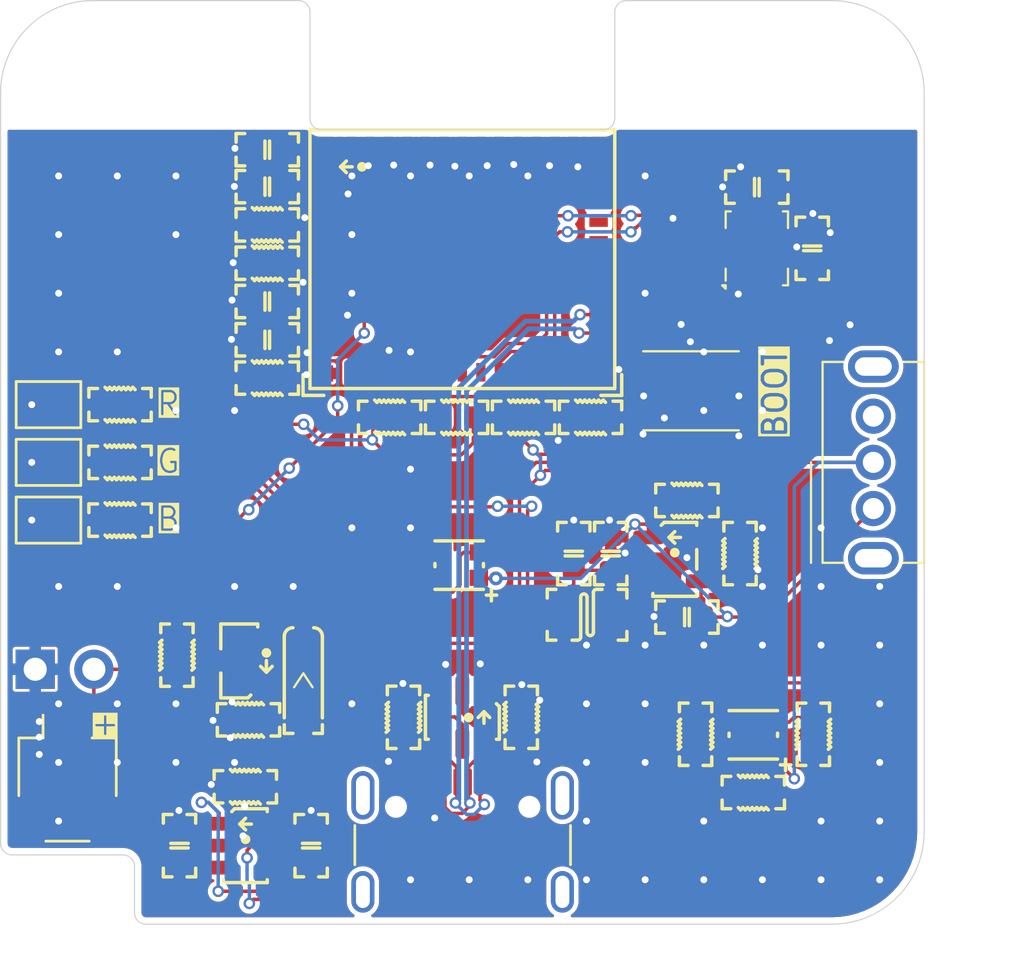
<source format=kicad_pcb>
(kicad_pcb (version 20241229) (generator "pcbnew") (generator_version "9.0")
  (layers (0 "F.Cu" signal) (2 "B.Cu" signal) (13 "F.Paste" user) (15 "B.Paste" user) (5 "F.SilkS" user "F.Silkscreen") (7 "B.SilkS" user "B.Silkscreen") (1 "F.Mask" user) (3 "B.Mask" user) (25 "Edge.Cuts" user))
  (net 0 "")
  (net 1 "+BATT")
  (net 2 "GND")
  (net 3 "VDD")
  (net 4 "VBUS")
  (net 5 "ADC")
  (net 6 "+3V3")
  (net 7 "EN")
  (net 8 "VCC")
  (net 10 "D-")
  (net 11 "D+")
  (net 12 "Net-(J2-CC1)")
  (net 13 "Net-(J2-CC2)")
  (net 15 "Net-(U1-SW)")
  (net 16 "BOOT")
  (net 17 "CHRG_LED")
  (net 18 "STDBY_LED")
  (net 19 "STATUS_LED")
  (net 20 "Net-(U2-PROG)")
  (net 21 "Net-(U1-FB)")
  (net 22 "IO8")
  (net 23 "IO2")
  (net 24 "SCL")
  (net 25 "SDA")
  (net 34 "Net-(D1-GK)")
  (net 35 "Net-(D1-BK)")
  (net 36 "Net-(D1-RK)")
  (net 37 "Net-(D3-GK)")
  (net 38 "Net-(D3-RK)")
  (net 39 "Net-(D3-BK)")
  (net 40 "Net-(JP1-B)")
  (net 41 "Net-(JP2-B)")
  (net 42 "Net-(JP3-B)")
  (footprint "Topaz's Footprints:R_0603_1608Metric" (layer "F.Cu") (at 215.65 93.05 180)
    (property "Reference" "R16" (hide yes))
    (property "Value" "5k1" (hide yes))
  )
  (footprint "Topaz's Footprints:R_0603_1608Metric" (layer "F.Cu") (at 210.45 106.04 -90)
    (property "Reference" "R9" (hide yes))
    (property "Value" "5k1" (hide yes))
  )
  (footprint "Topaz's Footprints:R_0603_1608Metric" (layer "F.Cu") (at 218.55 93.05)
    (property "Reference" "R5" (hide yes))
    (property "Value" "5k1" (hide yes))
  )
  (footprint "Topaz's Footprints:JST_SH_SM02B-SRSS-TB_1x02-1MP_P1.00mm_Horizontal" (layer "F.Cu") (at 195.9 108.72)
    (property "Reference" "BT1" (hide yes))
    (property "Value" "JST-SH (Pin 2 Anode)" (hide yes))
  )
  (footprint "Topaz's Footprints:SOT-23-5" (layer "F.Cu") (at 222.2 99.2)
    (property "Reference" "U1" (hide yes))
    (property "Value" "M3406" (hide yes))
  )
  (footprint "Topaz's Footprints:Bosch_LGA-14_3x2.5mm_P0.5mm" (layer "F.Cu") (at 225.7525 85.73 90)
    (property "Reference" "U5" (hide yes))
    (property "Value" "IMU" (hide yes))
  )
  (footprint "Topaz's Footprints:R_0603_1608Metric" (layer "F.Cu") (at 225.025 98.95 -90)
    (property "Reference" "R15" (hide yes))
    (property "Value" "150k" (hide yes))
  )
  (footprint "Topaz's Footprints:LED-ARRAY-SMD_4P-L2.1-W2.1-TL_NH-B2020RGBA" (layer "F.Cu") (at 212.862507 99.450089)
    (property "Reference" "D1" (hide yes))
    (property "Value" "LED" (hide yes))
  )
  (footprint "Topaz's Footprints:R_0603_1608Metric" (layer "F.Cu") (at 212.75 93.05)
    (property "Reference" "R19" (hide yes))
    (property "Value" "5k1" (hide yes))
  )
  (footprint "Topaz's Footprints:C_0603_1608Metric" (layer "F.Cu") (at 204.55 81.458 180)
    (property "Reference" "C9" (hide yes))
    (property "Value" "100nF" (hide yes))
  )
  (footprint "Topaz's Footprints:THTSwitch" (layer "F.Cu") (at 230.8 95 90)
    (property "Reference" "SW1" (hide yes))
    (property "Value" "PWR_SWITCH" (hide yes))
  )
  (footprint "Topaz's Footprints:SolderJumper-2_P1.3mm_Open_TrianglePad1.0x1.5mm" (layer "F.Cu") (at 195.075 95)
    (property "Reference" "JP2" (hide yes))
    (property "Value" "R_JP")
  )
  (footprint "Topaz's Footprints:R_0603_1608Metric" (layer "F.Cu") (at 198.175 97.5)
    (property "Reference" "R3" (hide yes))
    (property "Value" "5k1" (hide yes))
  )
  (footprint "Topaz's Footprints:R_0603_1608Metric" (layer "F.Cu") (at 222.725 96.65)
    (property "Reference" "R14" (hide yes))
    (property "Value" "680k" (hide yes))
  )
  (footprint "Topaz's Footprints:R_0603_1608Metric" (layer "F.Cu") (at 209.85 93.05 180)
    (property "Reference" "R18" (hide yes))
    (property "Value" "5k1" (hide yes))
  )
  (footprint "Topaz's Footprints:NewCheapoButton" (layer "F.Cu") (at 222.75 91.9)
    (property "Reference" "SW2" (hide yes))
    (property "Value" "BTN_BOOT" (hide yes))
  )
  (footprint "Topaz's Footprints:R_0603_1608Metric" (layer "F.Cu") (at 204.55 84.716667 180)
    (property "Reference" "R17" (hide yes))
    (property "Value" "5k1" (hide yes))
  )
  (footprint "Topaz's Footprints:C_0603_1608Metric" (layer "F.Cu") (at 217.825 98.95 90)
    (property "Reference" "C4" (hide yes))
    (property "Value" "4.7uF" (hide yes))
  )
  (footprint "Topaz's Footprints:D_SOD-123" (layer "F.Cu") (at 206.112 104.4875 -90)
    (property "Reference" "D2" (hide yes))
    (property "Value" "1N5817W" (hide yes))
  )
  (footprint "Topaz's Footprints:C_0603_1608Metric" (layer "F.Cu") (at 204.55 89.691666 180)
    (property "Reference" "C11" (hide yes))
    (property "Value" "100nF" (hide yes))
  )
  (footprint "Topaz's Footprints:R_0603_1608Metric" (layer "F.Cu") (at 223.099886 106.775089 90)
    (property "Reference" "R6" (hide yes))
    (property "Value" "5k1" (hide yes))
  )
  (footprint "Topaz's Footprints:SOT-23" (layer "F.Cu") (at 203.3375 103.6 180)
    (property "Reference" "Q1" (hide yes))
    (property "Value" "AO3401A" (hide yes))
  )
  (footprint "Topaz's Footprints:C_0603_1608Metric" (layer "F.Cu") (at 200.7495 111.6 90)
    (property "Reference" "C5" (hide yes))
    (property "Value" "4.7uF" (hide yes))
  )
  (footprint "Topaz's Footprints:ESP32-C3-MINI-1" (layer "F.Cu") (at 213 83.5)
    (property "Reference" "U4" (hide yes))
    (property "Value" "ESP32-C3-MINI-1-N4" (hide yes))
  )
  (footprint "Topaz's Footprints:C_0603_1608Metric" (layer "F.Cu") (at 222.725 101.7 180)
    (property "Reference" "C1" (hide yes))
    (property "Value" "4.7uF" (hide yes))
  )
  (footprint "Topaz's Footprints:L_0806_2012Metric" (layer "F.Cu") (at 218.4 101.6 180)
    (property "Reference" "L1" (hide yes))
    (property "Value" "4.7uH" (hide yes))
  )
  (footprint "Topaz's Footprints:PinHeader_1x02_P2.54mm_Vertical" (layer "F.Cu") (at 194.499964 103.959584 90)
    (property "Reference" "J1" (hide yes))
    (property "Value" "BAT_PADS")
  )
  (footprint "Topaz's Footprints:R_0603_1608Metric" (layer "F.Cu") (at 215.55 106.04 90)
    (property "Reference" "R10" (hide yes))
    (property "Value" "5k1" (hide yes))
  )
  (footprint "Topaz's Footprints:C_0603_1608Metric" (layer "F.Cu") (at 228.1525 85.73 90)
    (property "Reference" "C8" (hide yes))
    (property "Value" "100nF" (hide yes))
  )
  (footprint "Topaz's Footprints:SOT-23-6" (layer "F.Cu") (at 213 106.04 -90)
    (property "Reference" "U3" (hide yes))
    (property "Value" "SRV05-4" (hide yes))
  )
  (footprint "Topaz's Footprints:R_0603_1608Metric" (layer "F.Cu") (at 225.599886 109.299911 180)
    (property "Reference" "R7" (hide yes))
    (property "Value" "5k1" (hide yes))
  )
  (footprint "Topaz's Footprints:SolderJumper-2_P1.3mm_Open_TrianglePad1.0x1.5mm" (layer "F.Cu") (at 195.075 92.5)
    (property "Reference" "JP1" (hide yes))
    (property "Value" "R_JP")
  )
  (footprint "Topaz's Footprints:R_0603_1608Metric" (layer "F.Cu") (at 198.175 95)
    (property "Reference" "R2" (hide yes))
    (property "Value" "5k1" (hide yes))
  )
  (footprint "Topaz's Footprints:C_0603_1608Metric" (layer "F.Cu") (at 219.425 98.95 90)
    (property "Reference" "C6" (hide yes))
    (property "Value" "4.7uF" (hide yes))
  )
  (footprint "Topaz's Footprints:R_0603_1608Metric" (layer "F.Cu") (at 198.175 92.5)
    (property "Reference" "R1" (hide yes))
    (property "Value" "5k1" (hide yes))
  )
  (footprint "Topaz's Footprints:USB_C_Receptacle_GCT_USB4105-xx-A_16P_TopMnt_Horizontal" (layer "F.Cu") (at 213.0125 112.525)
    (property "Reference" "J2" (hide yes))
    (property "Value" "USB-C" (hide yes))
  )
  (footprint "Topaz's Footprints:R_0603_1608Metric" (layer "F.Cu") (at 200.638 103.35 90)
    (property "Reference" "R12" (hide yes))
    (property "Value" "150k" (hide yes))
  )
  (footprint "Topaz's Footprints:R_0603_1608Metric" (layer "F.Cu") (at 203.737 106.15 180)
    (property "Reference" "R4" (hide yes))
    (property "Value" "150k" (hide yes))
  )
  (footprint "Topaz's Footprints:R_0603_1608Metric" (layer "F.Cu") (at 228.199886 106.775089 90)
    (property "Reference" "R8" (hide yes))
    (property "Value" "5k1" (hide yes))
  )
  (footprint "Topaz's Footprints:C_0603_1608Metric" (layer "F.Cu") (at 204.55 88.033333)
    (property "Reference" "C3" (hide yes))
    (property "Value" "100nF" (hide yes))
  )
  (footprint "Topaz's Footprints:C_0603_1608Metric" (layer "F.Cu") (at 225.7525 83.0795)
    (property "Reference" "C7" (hide yes))
    (property "Value" "100nF" (hide yes))
  )
  (footprint "Topaz's Footprints:C_0603_1608Metric" (layer "F.Cu") (at 204.55 83.058334 180)
    (property "Reference" "C10" (hide yes))
    (property "Value" "4.7uF" (hide yes))
  )
  (footprint "Topaz's Footprints:R_0603_1608Metric" (layer "F.Cu") (at 204.55 91.349999)
    (property "Reference" "R20" (hide yes))
    (property "Value" "5k1" (hide yes))
  )
  (footprint "Topaz's Footprints:LED-ARRAY-SMD_4P-L2.1-W2.1-TL_NH-B2020RGBA" (layer "F.Cu") (at 225.6 106.8)
    (property "Reference" "D3" (hide yes))
    (property "Value" "LED" (hide yes))
  )
  (footprint "Topaz's Footprints:SOT-23-6" (layer "F.Cu") (at 203.6 111.6)
    (property "Reference" "U2" (hide yes))
    (property "Value" "TP4057" (hide yes))
  )
  (footprint "Topaz's Footprints:R_0603_1608Metric" (layer "F.Cu") (at 204.55 86.375 180)
    (property "Reference" "R13" (hide yes))
    (property "Value" "150k" (hide yes))
  )
  (footprint "Topaz's Footprints:C_0603_1608Metric" (layer "F.Cu") (at 206.4495 111.6 -90)
    (property "Reference" "C2" (hide yes))
    (property "Value" "4.7uF" (hide yes))
  )
  (footprint "Topaz's Footprints:SolderJumper-2_P1.3mm_Open_TrianglePad1.0x1.5mm" (layer "F.Cu") (at 195.075 97.5)
    (property "Reference" "JP3" (hide yes))
    (property "Value" "R_JP")
  )
  (footprint "Topaz's Footprints:R_0603_1608Metric" (layer "F.Cu") (at 203.6 109.05 180)
    (property "Reference" "R11" (hide yes))
    (property "Value" "2k" (hide yes))
  )
  (gr_line (start 228.1 99.35) (end 228.1 95) (stroke (width 0.1)) (layer "F.SilkS"))
  (gr_line (start 193 111.5) (end 193 79) (stroke (width 0.05)) (layer "Edge.Cuts"))
  (gr_arc (start 193 79) (mid 194.171573 76.171573) (end 197 75) (stroke (width 0.05)) (layer "Edge.Cuts"))
  (gr_arc (start 219.6 80.1) (mid 219.453553 80.453553) (end 219.1 80.6) (stroke (width 0.05)) (layer "Edge.Cuts"))
  (gr_arc (start 205.9 75) (mid 206.253553 75.146447) (end 206.4 75.5) (stroke (width 0.05)) (layer "Edge.Cuts"))
  (gr_line (start 197 75) (end 205.9 75) (stroke (width 0.05)) (layer "Edge.Cuts"))
  (gr_arc (start 206.9 80.6) (mid 206.546447 80.453553) (end 206.4 80.1) (stroke (width 0.05)) (layer "Edge.Cuts"))
  (gr_line (start 198.8 112.5) (end 198.8 114.5) (stroke (width 0.05)) (layer "Edge.Cuts"))
  (gr_line (start 206.9 80.6) (end 219.1 80.6) (stroke (width 0.05)) (layer "Edge.Cuts"))
  (gr_line (start 229 115) (end 199.3 115) (stroke (width 0.05)) (layer "Edge.Cuts"))
  (gr_arc (start 233 111) (mid 231.828427 113.828427) (end 229 115) (stroke (width 0.05)) (layer "Edge.Cuts"))
  (gr_line (start 206.4 80.1) (end 206.4 75.5) (stroke (width 0.05)) (layer "Edge.Cuts"))
  (gr_line (start 198.3 112) (end 193.5 112) (stroke (width 0.05)) (layer "Edge.Cuts"))
  (gr_line (start 220.1 75) (end 229 75) (stroke (width 0.05)) (layer "Edge.Cuts"))
  (gr_line (start 233 79) (end 233 111) (stroke (width 0.05)) (layer "Edge.Cuts"))
  (gr_arc (start 198.3 112) (mid 198.653553 112.146447) (end 198.8 112.5) (stroke (width 0.05)) (layer "Edge.Cuts"))
  (gr_arc (start 229 75) (mid 231.828427 76.171573) (end 233 79) (stroke (width 0.05)) (layer "Edge.Cuts"))
  (gr_line (start 219.6 80.1) (end 219.6 75.5) (stroke (width 0.05)) (layer "Edge.Cuts"))
  (gr_arc (start 219.6 75.5) (mid 219.746447 75.146447) (end 220.1 75) (stroke (width 0.05)) (layer "Edge.Cuts"))
  (gr_arc (start 193.5 112) (mid 193.146447 111.853553) (end 193 111.5) (stroke (width 0.05)) (layer "Edge.Cuts"))
  (gr_arc (start 199.3 115) (mid 198.946447 114.853553) (end 198.8 114.5) (stroke (width 0.05)) (layer "Edge.Cuts"))
  (gr_text "BOOT" (at 227.125 94.025 90) (layer "F.SilkS" knockout) (effects (font (size 1 1)) (justify left bottom)))
  (gr_text "R" (at 199.7 93.0395 0) (layer "F.SilkS" knockout) (effects (font (size 1 1) (thickness 0.1)) (justify left bottom)))
  (gr_text "G" (at 199.7 95.5395 0) (layer "F.SilkS" knockout) (effects (font (size 1 1) (thickness 0.1)) (justify left bottom)))
  (gr_text "+" (at 196.844795 106.889139 0) (layer "F.SilkS" knockout) (effects (font (size 1 1) (thickness 0.1)) (justify left bottom)))
  (gr_text "B" (at 199.7 98.0395 0) (layer "F.SilkS" knockout) (effects (font (size 1 1) (thickness 0.1)) (justify left bottom)))
  (segment (start 199.775 112.325) (end 200.7495 112.325) (width 0.15) (layer "F.Cu") (net 1))
  (segment (start 201.65 103.6) (end 202.4 103.6) (width 0.15) (layer "F.Cu") (net 1))
  (segment (start 199.1 108.65) (end 199.45 109) (width 0.15) (layer "F.Cu") (net 1))
  (segment (start 197.039964 105.160036) (end 197.039964 103.959584) (width 0.15) (layer "F.Cu") (net 1))
  (segment (start 199.45 112) (end 199.775 112.325) (width 0.15) (layer "F.Cu") (net 1))
  (segment (start 196.4 106.72) (end 196.4 108) (width 0.15) (layer "F.Cu") (net 1))
  (segment (start 199.225 104.075) (end 200.638 104.075) (width 0.15) (layer "F.Cu") (net 1))
  (segment (start 196.4 108) (end 197.05 108.65) (width 0.15) (layer "F.Cu") (net 1))
  (segment (start 197.039964 103.959584) (end 199.109584 103.959584) (width 0.15) (layer "F.Cu") (net 1))
  (segment (start 199.109584 103.959584) (end 199.225 104.075) (width 0.15) (layer "F.Cu") (net 1))
  (segment (start 200.638 104.075) (end 201.175 104.075) (width 0.15) (layer "F.Cu") (net 1))
  (segment (start 202.4625 112.55) (end 201.65 112.55) (width 0.15) (layer "F.Cu") (net 1))
  (segment (start 196.4 106.72) (end 196.4 105.8) (width 0.15) (layer "F.Cu") (net 1))
  (segment (start 201.425 112.325) (end 200.7495 112.325) (width 0.15) (layer "F.Cu") (net 1))
  (segment (start 201.65 112.55) (end 201.425 112.325) (width 0.15) (layer "F.Cu") (net 1))
  (segment (start 196.4 105.8) (end 197.039964 105.160036) (width 0.15) (layer "F.Cu") (net 1))
  (segment (start 199.45 109) (end 199.45 112) (width 0.15) (layer "F.Cu") (net 1))
  (segment (start 197.05 108.65) (end 199.1 108.65) (width 0.15) (layer "F.Cu") (net 1))
  (segment (start 201.175 104.075) (end 201.65 103.6) (width 0.15) (layer "F.Cu") (net 1))
  (via (at 215.834964 113.075) (size 0.5) (drill 0.3) (layers "F.Cu" "B.Cu") (net 2))
  (via (at 195.514964 90.215) (size 0.5) (drill 0.3) (layers "F.Cu" "B.Cu") (net 2))
  (via (at 206.275 90.25) (size 0.5) (drill 0.3) (layers "F.Cu" "B.Cu") (net 2))
  (via (at 195.514964 85.135) (size 0.5) (drill 0.3) (layers "F.Cu" "B.Cu") (net 2))
  (via (at 228.534964 110.535) (size 0.5) (drill 0.3) (layers "F.Cu" "B.Cu") (net 2))
  (via (at 210.754964 113.075) (size 0.5) (drill 0.3) (layers "F.Cu" "B.Cu") (net 2))
  (via (at 225.994964 97.835) (size 0.5) (drill 0.3) (layers "F.Cu" "B.Cu") (net 2))
  (via (at 195.514964 105.455) (size 0.5) (drill 0.3) (layers "F.Cu" "B.Cu") (net 2))
  (via (at 202.2 106.175) (size 0.5) (drill 0.3) (layers "F.Cu" "B.Cu") (net 2))
  (via (at 210.754964 82.595) (size 0.5) (drill 0.3) (layers "F.Cu" "B.Cu") (net 2))
  (via (at 229.791268 89.041268) (size 0.5) (drill 0.3) (layers "F.Cu" "B.Cu") (net 2))
  (via (at 208.05 83.375) (size 0.5) (drill 0.3) (layers "F.Cu" "B.Cu") (net 2))
  (via (at 206.175 84.4) (size 0.5) (drill 0.3) (layers "F.Cu" "B.Cu") (net 2))
  (via (at 206.1 87.2) (size 0.5) (drill 0.3) (layers "F.Cu" "B.Cu") (net 2))
  (via (at 220.914964 107.995) (size 0.5) (drill 0.3) (layers "F.Cu" "B.Cu") (net 2))
  (via (at 206.45 110.075) (size 0.5) (drill 0.3) (layers "F.Cu" "B.Cu") (net 2))
  (via (at 218.374964 113.075) (size 0.5) (drill 0.3) (layers "F.Cu" "B.Cu") (net 2))
  (via (at 208.214964 97.835) (size 0.5) (drill 0.3) (layers "F.Cu" "B.Cu") (net 2))
  (via (at 198.054964 82.595) (size 0.5) (drill 0.3) (layers "F.Cu" "B.Cu") (net 2))
  (via (at 228.534964 102.915) (size 0.5) (drill 0.3) (layers "F.Cu" "B.Cu") (net 2))
  (via (at 218.374964 105.455) (size 0.5) (drill 0.3) (layers "F.Cu" "B.Cu") (net 2))
  (via (at 228.93 85.05) (size 0.5) (drill 0.3) (layers "F.Cu" "B.Cu") (net 2))
  (via (at 208.214964 82.595) (size 0.5) (drill 0.3) (layers "F.Cu" "B.Cu") (net 2))
  (via (at 203.025 87.975) (size 0.5) (drill 0.3) (layers "F.Cu" "B.Cu") (net 2))
  (via (at 216.225 107.975) (size 0.5) (drill 0.3) (layers "F.Cu" "B.Cu") (net 2))
  (via (at 220.05 98.925) (size 0.5) (drill 0.3) (layers "F.Cu" "B.Cu") (net 2))
  (via (at 231.074964 100.375) (size 0.5) (drill 0.3) (layers "F.Cu" "B.Cu") (net 2))
  (via (at 213.294964 82.595) (size 0.5) (drill 0.3) (layers "F.Cu" "B.Cu") (net 2))
  (via (at 208.214964 105.455) (size 0.5) (drill 0.3) (layers "F.Cu" "B.Cu") (net 2))
  (via (at 208.025 88.625) (size 0.5) (drill 0.3) (layers "F.Cu" "B.Cu") (net 2))
  (via (at 228.534964 97.835) (size 0.5) (drill 0.3) (layers "F.Cu" "B.Cu") (net 2))
  (via (at 215.575 104.625) (size 0.5) (drill 0.3) (layers "F.Cu" "B.Cu") (net 2))
  (via (at 214.075 82.15) (size 0.5) (drill 0.3) (layers "F.Cu" "B.Cu") (net 2))
  (via (at 203.5 111.175) (size 0.5) (drill 0.3) (layers "F.Cu" "B.Cu") (net 2))
  (via (at 225.8 99.65) (size 0.5) (drill 0.3) (layers "F.Cu" "B.Cu") (net 2))
  (via (at 194.35 92.5) (size 0.5) (drill 0.3) (layers "F.Cu" "B.Cu") (net 2))
  (via (at 225.994964 92.755) (size 0.5) (drill 0.3) (layers "F.Cu" "B.Cu") (net 2))
  (via (at 221.3 101.675) (size 0.5) (drill 0.3) (layers "F.Cu" "B.Cu") (net 2))
  (via (at 220.914964 82.595) (size 0.5) (drill 0.3) (layers "F.Cu" "B.Cu") (net 2))
  (via (at 223.454964 110.535) (size 0.5) (drill 0.3) (layers "F.Cu" "B.Cu") (net 2))
  (via (at 222.875 89.775) (size 0.5) (drill 0.3) (layers "F.Cu" "B.Cu") (net 2))
  (via (at 208.925 82.15) (size 0.5) (drill 0.3) (layers "F.Cu" "B.Cu") (net 2))
  (via (at 210.425 104.575) (size 0.5) (drill 0.3) (layers "F.Cu" "B.Cu") (net 2))
  (via (at 223.454964 92.755) (size 0.5) (drill 0.3) (layers "F.Cu" "B.Cu") (net 2))
  (via (at 222.475 89.025) (size 0.5) (drill 0.3) (layers "F.Cu" "B.Cu") (net 2))
  (via (at 203.134964 100.375) (size 0.5) (drill 0.3) (layers "F.Cu" "B.Cu") (net 2))
  (via (at 195.514964 87.675) (size 0.5) (drill 0.3) (layers "F.Cu" "B.Cu") (net 2))
  (via (at 225.994964 90.215) (size 0.5) (drill 0.3) (layers "F.Cu" "B.Cu") (net 2))
  (via (at 218 82.2) (size 0.5) (drill 0.3) (layers "F.Cu" "B.Cu") (net 2))
  (via (at 228.534964 113.075) (size 0.5) (drill 0.3) (layers "F.Cu" "B.Cu") (net 2))
  (via (at 216.35 105.3) (size 0.5) (drill 0.3) (layers "F.Cu" "B.Cu") (net 2))
  (via (at 194.675 107.65) (size 0.5) (drill 0.3) (layers "F.Cu" "B.Cu") (net 2))
  (via (at 224.975 93.85) (size 0.5) (drill 0.3) (layers "F.Cu" "B.Cu") (net 2))
  (via (at 224.95 87.71) (size 0.5) (drill 0.3) (layers "F.Cu" "B.Cu") (net 2))
  (via (at 228.9 89.725) (size 0.5) (drill 0.3) (layers "F.Cu" "B.Cu") (net 2))
  (via (at 219.775 90.975) (size 0.5) (drill 0.3) (layers "F.Cu" "B.Cu") (net 2))
  (via (at 195.514964 107.995) (size 0.5) (drill 0.3) (layers "F.Cu" "B.Cu") (net 2))
  (via (at 194.675 106.225) (size 0.5) (drill 0.3) (layers "F.Cu" "B.Cu") (net 2))
  (via (at 212.675 82.175) (size 0.5) (drill 0.3) (layers "F.Cu" "B.Cu") (net 2))
  (via (at 210.754964 95.295) (size 0.5) (drill 0.3) (layers "F.Cu" "B.Cu") (net 2))
  (via (at 210.754964 97.835) (size 0.5) (drill 0.3) (layers "F.Cu" "B.Cu") (net 2))
  (via (at 218.374964 107.995) (size 0.5) (drill 0.3) (layers "F.Cu" "B.Cu") (net 2))
  (via (at 203.025 105.375) (size 0.5) (drill 0.3) (layers "F.Cu" "B.Cu") (net 2))
  (via (at 220.825 93.775) (size 0.5) (drill 0.3) (layers "F.Cu" "B.Cu") (net 2))
  (via (at 206.25 91.2) (size 0.5) (drill 0.3) (layers "F.Cu" "B.Cu") (net 2))
  (via (at 221.75 93.075) (size 0.5) (drill 0.3) (layers "F.Cu" "B.Cu") (net 2))
  (via (at 225.994964 102.915) (size 0.5) (drill 0.3) (layers "F.Cu" "B.Cu") (net 2))
  (via (at 224.975 92.125) (size 0.5) (drill 0.3) (layers "F.Cu" "B.Cu") (net 2))
  (via (at 215.834964 82.595) (size 0.5) (drill 0.3) (layers "F.Cu" "B.Cu") (net 2))
  (via (at 200.594964 97.835) (size 0.5) (drill 0.3) (layers "F.Cu" "B.Cu") (net 2))
  (via (at 225.994964 113.075) (size 0.5) (drill 0.3) (layers "F.Cu" "B.Cu") (net 2))
  (via (at 198.054964 105.455) (size 0.5) (drill 0.3) (layers "F.Cu" "B.Cu") (net 2))
  (via (at 216.775 82.15) (size 0.5) (drill 0.3) (layers "F.Cu" "B.Cu") (net 2))
  (via (at 200.594964 85.135) (size 0.5) (drill 0.3) (layers "F.Cu" "B.Cu") (net 2))
  (via (at 194.35 95) (size 0.5) (drill 0.3) (layers "F.Cu" "B.Cu") (net 2))
  (via (at 203.15 81.4) (size 0.5) (drill 0.3) (layers "F.Cu" "B.Cu") (net 2))
  (via (at 211.6 82.125) (size 0.5) (drill 0.3) (layers "F.Cu" "B.Cu") (net 2))
  (via (at 213.775 103.725) (size 0.5) (drill 0.3) (layers "F.Cu" "B.Cu") (net 2))
  (via (at 200.594964 92.755) (size 0.5) (drill 0.3) (layers "F.Cu" "B.Cu") (net 2))
  (via (at 198.054964 90.215) (size 0.5) (drill 0.3) (layers "F.Cu" "B.Cu") (net 2))
  (via (at 200.594964 105.455) (size 0.5) (drill 0.3) (layers "F.Cu" "B.Cu") (net 2))
  (via (at 231.074964 107.995) (size 0.5) (drill 0.3) (layers "F.Cu" "B.Cu") (net 2))
  (via (at 220.914964 113.075) (size 0.5) (drill 0.3) (layers "F.Cu" "B.Cu") (net 2))
  (via (at 219.375 97.5) (size 0.5) (drill 0.3) (layers "F.Cu" "B.Cu") (net 2))
  (via (at 203 89.675) (size 0.5) (drill 0.3) (layers "F.Cu" "B.Cu") (net 2))
  (via (at 200.594964 82.595) (size 0.5) (drill 0.3) (layers "F.Cu" "B.Cu") (net 2))
  (via (at 210.754964 90.215) (size 0.5) (drill 0.3) (layers "F.Cu" "B.Cu") (net 2))
  (via (at 209.825 90.15) (size 0.5) (drill 0.3) (layers "F.Cu" "B.Cu") (net 2))
  (via (at 231.074964 102.915) (size 0.5) (drill 0.3) (layers "F.Cu" "B.Cu") (net 2))
  (via (at 203.575 109.9) (size 0.5) (drill 0.3) (layers "F.Cu" "B.Cu") (net 2))
  (via (at 227.48 85.67) (size 0.5) (drill 0.3) (layers "F.Cu" "B.Cu") (net 2))
  (via (at 202.125 108.95) (size 0.5) (drill 0.3) (layers "F.Cu" "B.Cu") (net 2))
  (via (at 225.05 82.2) (size 0.5) (drill 0.3) (layers "F.Cu" "B.Cu") (net 2))
  (via (at 220.914964 105.455) (size 0.5) (drill 0.3) (layers "F.Cu" "B.Cu") (net 2))
  (via (at 223.454964 102.915) (size 0.5) (drill 0.3) (layers "F.Cu" "B.Cu") (net 2))
  (via (at 218.374964 102.915) (size 0.5) (drill 0.3) (layers "F.Cu" "B.Cu") (net 2))
  (via (at 203.134964 107.995) (size 0.5) (drill 0.3) (layers "F.Cu" "B.Cu") (net 2))
  (via (at 194.675 106.9) (size 0.5) (drill 0.3) (layers "F.Cu" "B.Cu") (net 2))
  (via (at 203.075 86.35) (size 0.5) (drill 0.3) (layers "F.Cu" "B.Cu") (net 2))
  (via (at 220.85 92.125) (size 0.5) (drill 0.3) (layers "F.Cu" "B.Cu") (net 2))
  (via (at 200.594964 107.995) (size 0.5) (drill 0.3) (layers "F.Cu" "B.Cu") (net 2))
  (via (at 213.294964 113.075) (size 0.5) (drill 0.3) (layers "F.Cu" "B.Cu") (net 2))
  (via (at 208.214964 87.675) (size 0.5) (drill 0.3) (layers "F.Cu" "B.Cu") (net 2))
  (via (at 195.514964 100.375) (size 0.5) (drill 0.3) (layers "F.Cu" "B.Cu") (net 2))
  (via (at 198.054964 100.375) (size 0.5) (drill 0.3) (layers "F.Cu" "B.Cu") (net 2))
  (via (at 215.225 82.1) (size 0.5) (drill 0.3) (layers "F.Cu" "B.Cu") (net 2))
  (via (at 198.054964 107.995) (size 0.5) (drill 0.3) (layers "F.Cu" "B.Cu") (net 2))
  (via (at 195.514964 82.595) (size 0.5) (drill 0.3) (layers "F.Cu" "B.Cu") (net 2))
  (via (at 217.825 97.5) (size 0.5) (drill 0.3) (layers "F.Cu" "B.Cu") (net 2))
  (via (at 210.025 82.125) (size 0.5) (drill 0.3) (layers "F.Cu" "B.Cu") (net 2))
  (via (at 203.125 83.05) (size 0.5) (drill 0.3) (layers "F.Cu" "B.Cu") (net 2))
  (via (at 220.914964 102.915) (size 0.5) (drill 0.3) (layers "F.Cu" "B.Cu") (net 2))
  (via (at 231.074964 110.535) (size 0.5) (drill 0.3) (layers "F.Cu" "B.Cu") (net 2))
  (via (at 205.674964 100.375) (size 0.5) (drill 0.3) (layers "F.Cu" "B.Cu") (net 2))
  (via (at 223.454964 90.215) (size 0.5) (drill 0.3) (layers "F.Cu" "B.Cu") (net 2))
  (via (at 208.214964 85.135) (size 0.5) (drill 0.3) (layers "F.Cu" "B.Cu") (net 2))
  (via (at 225.994964 100.375) (size 0.5) (drill 0.3) (layers "F.Cu" "B.Cu") (net 2))
  (via (at 212.275 103.75) (size 0.5) (drill 0.3) (layers "F.Cu" "B.Cu") (net 2))
  (via (at 231.074964 105.455) (size 0.5) (drill 0.3) (layers "F.Cu" "B.Cu") (net 2))
  (via (at 217.15 94.05) (size 0.5) (drill 0.3) (layers "F.Cu" "B.Cu") (net 2))
  (via (at 194.35 97.5) (size 0.5) (drill 0.3) (layers "F.Cu" "B.Cu") (net 2))
  (via (at 220.914964 87.675) (size 0.5) (drill 0.3) (layers "F.Cu" "B.Cu") (net 2))
  (via (at 218.374964 110.535) (size 0.5) (drill 0.3) (layers "F.Cu" "B.Cu") (net 2))
  (via (at 228.534964 100.375) (size 0.5) (drill 0.3) (layers "F.Cu" "B.Cu") (net 2))
  (via (at 209.8 107.95) (size 0.5) (drill 0.3) (layers "F.Cu" "B.Cu") (net 2))
  (via (at 195.514964 110.535) (size 0.5) (drill 0.3) (layers "F.Cu" "B.Cu") (net 2))
  (via (at 228.18 84.22) (size 0.5) (drill 0.3) (layers "F.Cu" "B.Cu") (net 2))
  (via (at 202.95 106.925) (size 0.5) (drill 0.3) (layers "F.Cu" "B.Cu") (net 2))
  (via (at 223.454964 113.075) (size 0.5) (drill 0.3) (layers "F.Cu" "B.Cu") (net 2))
  (via (at 200.725 110.075) (size 0.5) (drill 0.3) (layers "F.Cu" "B.Cu") (net 2))
  (via (at 222.725 99.125) (size 0.5) (drill 0.3) (layers "F.Cu" "B.Cu") (net 2))
  (via (at 224.27 83.07) (size 0.5) (drill 0.3) (layers "F.Cu" "B.Cu") (net 2))
  (via (at 222.120232 84.429768) (size 0.5) (drill 0.3) (layers "F.Cu" "B.Cu") (net 2))
  (via (at 211.8 110.4) (size 0.5) (drill 0.3) (layers "F.Cu" "B.Cu") (net 2))
  (via (at 231.074964 113.075) (size 0.5) (drill 0.3) (layers "F.Cu" "B.Cu") (net 2))
  (via (at 203.134964 92.755) (size 0.5) (drill 0.3) (layers "F.Cu" "B.Cu") (net 2))
  (segment (start 226.1 101.7) (end 224.2 101.7) (width 0.15) (layer "F.Cu") (net 3))
  (segment (start 223.45 100.925) (end 223.4 100.875) (width 0.15) (layer "F.Cu") (net 3))
  (segment (start 223.375 100.875) (end 223.3375 100.8375) (width 0.15) (layer "F.Cu") (net 3))
  (segment (start 223.45 101.7) (end 223.45 100.925) (width 0.15) (layer "F.Cu") (net 3))
  (segment (start 223.4 100.875) (end 223.375 100.875) (width 0.15) (layer "F.Cu") (net 3))
  (segment (start 220.95 97.675) (end 221.0625 97.7875) (width 0.15) (layer "F.Cu") (net 3))
  (segment (start 224.45 101.7) (end 224.475 101.675) (width 0.15) (layer "F.Cu") (net 3))
  (segment (start 223.45 101.7) (end 224.2 101.7) (width 0.15) (layer "F.Cu") (net 3))
  (segment (start 213.737393 100.025) (end 213.712393 100) (width 0.15) (layer "F.Cu") (net 3))
  (segment (start 214.45 100.025) (end 213.737393 100.025) (width 0.15) (layer "F.Cu") (net 3))
  (segment (start 220.475 97.675) (end 220.95 97.675) (width 0.15) (layer "F.Cu") (net 3))
  (segment (start 230.8 97) (end 226.1 101.7) (width 0.15) (layer "F.Cu") (net 3))
  (segment (start 221.0625 97.7875) (end 221.0625 98.25) (width 0.15) (layer "F.Cu") (net 3))
  (segment (start 223.3375 100.8375) (end 223.3375 100.15) (width 0.15) (layer "F.Cu") (net 3))
  (segment (start 224.2 101.7) (end 224.45 101.7) (width 0.15) (layer "F.Cu") (net 3))
  (via (at 214.45 100.025) (size 0.6) (drill 0.3) (layers "F.Cu" "B.Cu") (net 3))
  (via (at 224.475 101.675) (size 0.5) (drill 0.3) (layers "F.Cu" "B.Cu") (net 3))
  (via (at 220.475 97.675) (size 0.5) (drill 0.3) (layers "F.Cu" "B.Cu") (net 3))
  (segment (start 224.475 101.675) (end 220.475 97.675) (width 0.15) (layer "B.Cu") (net 3))
  (segment (start 218.125 100.025) (end 214.45 100.025) (width 0.15) (layer "B.Cu") (net 3))
  (segment (start 220.475 97.675) (end 218.125 100.025) (width 0.15) (layer "B.Cu") (net 3))
  (segment (start 205.825 112.325) (end 206.4495 112.325) (width 0.15) (layer "F.Cu") (net 4))
  (segment (start 208.174 106.025) (end 212.675 106.025) (width 0.15) (layer "F.Cu") (net 4))
  (segment (start 210.6125 108.845) (end 210.6125 109.632183) (width 0.15) (layer "F.Cu") (net 4))
  (segment (start 206.112 108.087) (end 208.174 106.025) (width 0.15) (layer "F.Cu") (net 4))
  (segment (start 206.112 108.087) (end 207.325 109.3) (width 0.15) (layer "F.Cu") (net 4))
  (segment (start 204.275 105.225) (end 204.462 105.412) (width 0.15) (layer "F.Cu") (net 4))
  (segment (start 213 106.35) (end 213 107.1775) (width 0.15) (layer "F.Cu") (net 4))
  (segment (start 208.6 111.55) (end 207.375 111.55) (width 0.15) (layer "F.Cu") (net 4))
  (segment (start 213.8 111.1) (end 215.4125 109.4875) (width 0.15) (layer "F.Cu") (net 4))
  (segment (start 215.4125 109.4875) (end 215.4125 108.845) (width 0.15) (layer "F.Cu") (net 4))
  (segment (start 205.6 112.55) (end 205.825 112.325) (width 0.15) (layer "F.Cu") (net 4))
  (segment (start 212.675 106.025) (end 213 106.35) (width 0.15) (layer "F.Cu") (net 4))
  (segment (start 207.325 109.3) (end 207.325 111.5) (width 0.15) (layer "F.Cu") (net 4))
  (segment (start 206.112 106.1375) (end 206.112 108.087) (width 0.15) (layer "F.Cu") (net 4))
  (segment (start 209.825 111.1) (end 209.375 111.55) (width 0.15) (layer "F.Cu") (net 4))
  (segment (start 209.375 111.55) (end 208.6 111.55) (width 0.15) (layer "F.Cu") (net 4))
  (segment (start 204.462 106.15) (end 206.0995 106.15) (width 0.15) (layer "F.Cu") (net 4))
  (segment (start 207.325 111.5) (end 207.375 111.55) (width 0.15) (layer "F.Cu") (net 4))
  (segment (start 204.275 104.55) (end 204.275 105.225) (width 0.15) (layer "F.Cu") (net 4))
  (segment (start 210.95 109.969683) (end 210.95 110.75) (width 0.15) (layer "F.Cu") (net 4))
  (segment (start 210.95 110.75) (end 211.3 111.1) (width 0.15) (layer "F.Cu") (net 4))
  (segment (start 206.6 112.325) (end 206.4495 112.325) (width 0.15) (layer "F.Cu") (net 4))
  (segment (start 212.292501 111.1) (end 209.825 111.1) (width 0.15) (layer "F.Cu") (net 4))
  (segment (start 212.292501 111.1) (end 213.8 111.1) (width 0.15) (layer "F.Cu") (net 4))
  (segment (start 206.0995 106.15) (end 206.112 106.1375) (width 0.15) (layer "F.Cu") (net 4))
  (segment (start 211.3 111.1) (end 212.292501 111.1) (width 0.15) (layer "F.Cu") (net 4))
  (segment (start 204.462 105.412) (end 204.462 106.15) (width 0.15) (layer "F.Cu") (net 4))
  (segment (start 207.375 111.55) (end 206.6 112.325) (width 0.15) (layer "F.Cu") (net 4))
  (segment (start 210.6125 109.632183) (end 210.95 109.969683) (width 0.15) (layer "F.Cu") (net 4))
  (segment (start 204.7375 112.55) (end 205.6 112.55) (width 0.15) (layer "F.Cu") (net 4))
  (segment (start 208.75 89.4) (end 208.75 86.95) (width 0.15) (layer "F.Cu") (net 5))
  (segment (start 205.275 88.033333) (end 205.275 86.375) (width 0.15) (layer "F.Cu") (net 5))
  (segment (start 208 86.2) (end 207.1 86.2) (width 0.15) (layer "F.Cu") (net 5))
  (segment (start 207.6 92.55) (end 207.6 93.15) (width 0.15) (layer "F.Cu") (net 5))
  (segment (start 208.75 86.95) (end 208 86.2) (width 0.15) (layer "F.Cu") (net 5))
  (segment (start 205.275 86.375) (end 206.075 86.375) (width 0.15) (layer "F.Cu") (net 5))
  (segment (start 206.075 86.375) (end 206.25 86.2) (width 0.15) (layer "F.Cu") (net 5))
  (segment (start 203.75 97.05) (end 203.7 97.05) (width 0.15) (layer "F.Cu") (net 5))
  (segment (start 207.6 93.15) (end 205.5 95.25) (width 0.15) (layer "F.Cu") (net 5))
  (segment (start 203.7 97.05) (end 200.638 100.112) (width 0.15) (layer "F.Cu") (net 5))
  (segment (start 200.638 100.112) (end 200.638 102.625) (width 0.15) (layer "F.Cu") (net 5))
  (segment (start 206.25 86.2) (end 207.1 86.2) (width 0.15) (layer "F.Cu") (net 5))
  (via (at 207.6 92.55) (size 0.5) (drill 0.3) (layers "F.Cu" "B.Cu") (net 5))
  (via (at 208.75 89.4) (size 0.5) (drill 0.3) (layers "F.Cu" "B.Cu") (net 5))
  (via (at 205.5 95.25) (size 0.5) (drill 0.3) (layers "F.Cu" "B.Cu") (net 5))
  (via (at 203.75 97.05) (size 0.5) (drill 0.3) (layers "F.Cu" "B.Cu") (net 5))
  (segment (start 203.75 97) (end 203.75 97.05) (width 0.15) (layer "B.Cu") (net 5))
  (segment (start 208.75 89.4) (end 207.6 90.55) (width 0.15) (layer "B.Cu") (net 5))
  (segment (start 207.6 90.55) (end 207.6 92.55) (width 0.15) (layer "B.Cu") (net 5))
  (segment (start 205.5 95.25) (end 203.75 97) (width 0.15) (layer "B.Cu") (net 5))
  (segment (start 212.95 94.675) (end 213.475 94.15) (width 0.15) (layer "F.Cu") (net 6))
  (segment (start 223.62 85.04) (end 223.81 85.23) (width 0.15) (layer "F.Cu") (net 6))
  (segment (start 216.217463 97.425) (end 216.525 97.117463) (width 0.15) (layer "F.Cu") (net 6))
  (segment (start 209.125 94) (end 209.1 94.025) (width 0.15) (layer "F.Cu") (net 6))
  (segment (start 206.5 83.8) (end 207.1 83.8) (width 0.15) (layer "F.Cu") (net 6))
  (segment (start 227.295 86.23) (end 227.52 86.455) (width 0.15) (layer "F.Cu") (net 6))
  (segment (start 209.75 94.675) (end 212.95 94.675) (width 0.15) (layer "F.Cu") (net 6))
  (segment (start 223.81 85.23) (end 224.74 85.23) (width 0.15) (layer "F.Cu") (net 6))
  (segment (start 216.175 98.8) (end 216.175 97.425) (width 0.15) (layer "F.Cu") (net 6))
  (segment (start 229.7995 83.0795) (end 230.2 83.48) (width 0.15) (layer "F.Cu") (net 6))
  (segment (start 209.125 93.05) (end 209.125 94) (width 0.15) (layer "F.Cu") (net 6))
  (segment (start 205.275 83.175) (end 205.275 83.058334) (width 0.15) (layer "F.Cu") (net 6))
  (segment (start 200.95 89.875) (end 200.95 86.05) (width 0.15) (layer "F.Cu") (net 6))
  (segment (start 205.275 83.058334) (end 205.758334 83.058334) (width 0.15) (layer "F.Cu") (net 6))
  (segment (start 213.475 94.15) (end 213.475 93.05) (width 0.15) (layer "F.Cu") (net 6))
  (segment (start 214.925 93.325) (end 216.0625 94.4625) (width 0.15) (layer "F.Cu") (net 6))
  (segment (start 217.825 99.675) (end 217.05 99.675) (width 0.15) (layer "F.Cu") (net 6))
  (segment (start 227.52 86.455) (end 228.1525 86.455) (width 0.15) (layer "F.Cu") (net 6))
  (segment (start 226.4775 83.8375) (end 226.4775 83.0795) (width 0.15) (layer "F.Cu") (net 6))
  (segment (start 218.4 94.65) (end 219.275 93.775) (width 0.15) (layer "F.Cu") (net 6))
  (segment (start 222 95.95) (end 222 96.65) (width 0.15) (layer "F.Cu") (net 6))
  (segment (start 230.2 83.48) (end 230.2 86.03) (width 0.15) (layer "F.Cu") (net 6))
  (segment (start 216.217463 96.375) (end 215.825 96.375) (width 0.15) (layer "F.Cu") (net 6))
  (segment (start 218.275 94.65) (end 227.55 94.65) (width 0.15) (layer "F.Cu") (net 6))
  (segment (start 226.765 86.23) (end 227.295 86.23) (width 0.15) (layer "F.Cu") (net 6))
  (segment (start 226.4775 82.0175) (end 225.86 81.4) (width 0.15) (layer "F.Cu") (net 6))
  (segment (start 224.05 81.4) (end 223.62 81.83) (width 0.15) (layer "F.Cu") (net 6))
  (segment (start 203.825 84.625) (end 205.275 83.175) (width 0.15) (layer "F.Cu") (net 6))
  (segment (start 225.86 81.4) (end 224.05 81.4) (width 0.15) (layer "F.Cu") (net 6))
  (segment (start 216.525 97.117463) (end 216.525 96.682537) (width 0.15) (layer "F.Cu") (net 6))
  (segment (start 217.4 100.7) (end 217.825 100.275) (width 0.15) (layer "F.Cu") (net 6))
  (segment (start 216.25 94.65) (end 218.275 94.65) (width 0.15) (layer "F.Cu") (net 6))
  (segment (start 227.55 94.65) (end 228.1525 94.0475) (width 0.15) (layer "F.Cu") (net 6))
  (segment (start 204.6 93.35) (end 203.825 92.575) (width 0.15) (layer "F.Cu") (net 6))
  (segment (start 230.2 86.03) (end 229.775 86.455) (width 0.15) (layer "F.Cu") (net 6))
  (segment (start 206.125 93.35) (end 204.6 93.35) (width 0.15) (layer "F.Cu") (net 6))
  (segment (start 226.4775 83.0795) (end 226.4775 82.0175) (width 0.15) (layer "F.Cu") (net 6))
  (segment (start 223.62 81.83) (end 223.62 85.04) (width 0.15) (layer "F.Cu") (net 6))
  (segment (start 216.592464 95.35) (end 221.4 95.35) (width 0.15) (layer "F.Cu") (net 6))
  (segment (start 217.4 101.6) (end 217.4 100.7) (width 0.15) (layer "F.Cu") (net 6))
  (segment (start 229.775 86.455) (end 228.1525 86.455) (width 0.15) (layer "F.Cu") (net 6))
  (segment (start 203.825 92.575) (end 203.825 91.349999) (width 0.15) (layer "F.Cu") (net 6))
  (segment (start 215.825 96.375) (end 215.825 96.117464) (width 0.15) (layer "F.Cu") (net 6))
  (segment (start 218.275 94.65) (end 218.4 94.65) (width 0.15) (layer "F.Cu") (net 6))
  (segment (start 226.5025 83.8625) (end 226.4775 83.8375) (width 0.15) (layer "F.Cu") (net 6))
  (segment (start 216.175 97.425) (end 216.217463 97.425) (width 0.15) (layer "F.Cu") (net 6))
  (segment (start 216.344974 95.525) (end 216.381219 95.561245) (width 0.15) (layer "F.Cu") (net 6))
  (segment (start 221.4 95.35) (end 222 95.95) (width 0.15) (layer "F.Cu") (net 6))
  (segment (start 226.5025 84.4675) (end 226.5025 83.8625) (width 0.15) (layer "F.Cu") (net 6))
  (segment (start 217.825 99.675) (end 219.425 99.675) (width 0.15) (layer "F.Cu") (net 6))
  (segment (start 217.05 99.675) (end 216.175 98.8) (width 0.15) (layer "F.Cu") (net 6))
  (segment (start 205.758334 83.058334) (end 206.5 83.8) (width 0.15) (layer "F.Cu") (net 6))
  (segment (start 205.275 83.058334) (end 205.275 81.458) (width 0.15) (layer "F.Cu") (net 6))
  (segment (start 219.275 93.775) (end 219.275 93.05) (width 0.15) (layer "F.Cu") (net 6))
  (segment (start 215.825 96.117464) (end 216.344974 95.59749) (width 0.15) (layer "F.Cu") (net 6))
  (segment (start 217.825 100.275) (end 217.825 99.675) (width 0.15) (layer "F.Cu") (net 6))
  (segment (start 200.95 86.05) (end 202.283333 84.716667) (width 0.15) (layer "F.Cu") (net 6))
  (segment (start 202.283333 84.716667) (end 203.825 84.716667) (width 0.15) (layer "F.Cu") (net 6))
  (segment (start 203.825 84.716667) (end 203.825 84.625) (width 0.15) (layer "F.Cu") (net 6))
  (segment (start 202.424999 91.349999) (end 200.95 89.875) (width 0.15) (layer "F.Cu") (net 6))
  (segment (start 226.4775 83.0795) (end 229.7995 83.0795) (width 0.15) (layer "F.Cu") (net 6))
  (segment (start 203.825 91.349999) (end 202.424999 91.349999) (width 0.15) (layer "F.Cu") (net 6))
  (segment (start 228.1525 94.0475) (end 228.1525 86.455) (width 0.15) (layer "F.Cu") (net 6))
  (segment (start 216.525 96.682537) (end 216.217463 96.375) (width 0.15) (layer "F.Cu") (net 6))
  (segment (start 209.1 94.025) (end 209.75 94.675) (width 0.15) (layer "F.Cu") (net 6))
  (segment (start 214.925 93.05) (end 214.925 93.325) (width 0.15) (layer "F.Cu") (net 6))
  (segment (start 216.0625 94.4625) (end 216.25 94.65) (width 0.15) (layer "F.Cu") (net 6))
  (segment (start 216.381219 95.561245) (end 216.592464 95.35) (width 0.15) (layer "F.Cu") (net 6))
  (segment (start 213.475 93.05) (end 214.925 93.05) (width 0.15) (layer "F.Cu") (net 6))
  (via (at 209.1 94.025) (size 0.5) (drill 0.3) (layers "F.Cu" "B.Cu") (net 6))
  (via (at 216.381219 95.561245) (size 0.5) (drill 0.3) (layers "F.Cu" "B.Cu") (net 6))
  (via (at 206.125 93.35) (size 0.5) (drill 0.3) (layers "F.Cu" "B.Cu") (net 6))
  (via (at 216.0625 94.4625) (size 0.5) (drill 0.3) (layers "F.Cu" "B.Cu") (net 6))
  (segment (start 206.8 94.025) (end 206.125 93.35) (width 0.15) (layer "B.Cu") (net 6))
  (segment (start 216.381219 95.561245) (end 216.381219 94.781219) (width 0.15) (layer "B.Cu") (net 6))
  (segment (start 209.1 94.025) (end 206.8 94.025) (width 0.15) (layer "B.Cu") (net 6))
  (segment (start 216.381219 94.781219) (end 216.0625 94.4625) (width 0.15) (layer "B.Cu") (net 6))
  (segment (start 206.25 89.3) (end 206.25 88.15) (width 0.15) (layer "F.Cu") (net 7))
  (segment (start 205.275 91.349999) (end 205.275 89.691666) (width 0.15) (layer "F.Cu") (net 7))
  (segment (start 205.275 89.691666) (end 205.858334 89.691666) (width 0.15) (layer "F.Cu") (net 7))
  (segment (start 206.25 88.15) (end 206.6 87.8) (width 0.15) (layer "F.Cu") (net 7))
  (segment (start 205.858334 89.691666) (end 206.25 89.3) (width 0.15) (layer "F.Cu") (net 7))
  (segment (start 206.6 87.8) (end 207.1 87.8) (width 0.15) (layer "F.Cu") (net 7))
  (segment (start 205.3375 102.8375) (end 206.112 102.8375) (width 0.15) (layer "F.Cu") (net 8))
  (segment (start 215.475 95.725) (end 215.475 102.35) (width 0.15) (layer "F.Cu") (net 8))
  (segment (start 215.475 102.35) (end 214.9875 102.8375) (width 0.15) (layer "F.Cu") (net 8))
  (segment (start 214.9875 102.8375) (end 206.112 102.8375) (width 0.15) (layer "F.Cu") (net 8))
  (segment (start 205.15 102.65) (end 205.3375 102.8375) (width 0.15) (layer "F.Cu") (net 8))
  (segment (start 216.2 95) (end 215.475 95.725) (width 0.15) (layer "F.Cu") (net 8))
  (segment (start 226.449886 107.774886) (end 226.449886 107.349911) (width 0.15) (layer "F.Cu") (net 8))
  (segment (start 227.375 108.7) (end 226.449886 107.774886) (width 0.15) (layer "F.Cu") (net 8))
  (segment (start 204.275 102.65) (end 205.15 102.65) (width 0.15) (layer "F.Cu") (net 8))
  (segment (start 230.8 95) (end 216.2 95) (width 0.15) (layer "F.Cu") (net 8))
  (via (at 227.375 108.7) (size 0.5) (drill 0.3) (layers "F.Cu" "B.Cu") (net 8))
  (segment (start 228.425 95) (end 227.375 96.05) (width 0.15) (layer "B.Cu") (net 8))
  (segment (start 227.375 96.05) (end 227.375 108.7) (width 0.15) (layer "B.Cu") (net 8))
  (segment (start 230.8 95) (end 228.425 95) (width 0.15) (layer "B.Cu") (net 8))
  (segment (start 212.511775 110.202) (end 212.990684 110.202) (width 0.15) (layer "F.Cu") (net 10))
  (segment (start 213.95 107.495196) (end 213.95 107.1775) (width 0.15) (layer "F.Cu") (net 10))
  (segment (start 213.2625 108.845) (end 213.2625 108.182696) (width 0.15) (layer "F.Cu") (net 10))
  (segment (start 218.05 89.4) (end 218.9 89.4) (width 0.15) (layer "F.Cu") (net 10))
  (segment (start 213.2625 109.6865) (end 213.326 109.75) (width 0.15) (layer "F.Cu") (net 10))
  (segment (start 213.326 109.866684) (end 213.326 109.75) (width 0.15) (layer "F.Cu") (net 10))
  (segment (start 213.2625 108.182696) (end 213.95 107.495196) (width 0.15) (layer "F.Cu") (net 10))
  (segment (start 212.990684 110.202) (end 213.326 109.866684) (width 0.15) (layer "F.Cu") (net 10))
  (segment (start 213.2625 108.845) (end 213.2625 109.6865) (width 0.15) (layer "F.Cu") (net 10))
  (segment (start 212.2625 108.845) (end 212.247 108.8605) (width 0.15) (layer "F.Cu") (net 10))
  (segment (start 212.247 109.937225) (end 212.511775 110.202) (width 0.15) (layer "F.Cu") (net 10))
  (segment (start 212.247 108.8605) (end 212.247 109.937225) (width 0.15) (layer "F.Cu") (net 10))
  (via (at 213.326 109.75) (size 0.5) (drill 0.3) (layers "F.Cu" "B.Cu") (net 10))
  (via (at 218.05 89.4) (size 0.5) (drill 0.3) (layers "F.Cu" "B.Cu") (net 10))
  (segment (start 213.1804 91.907048) (end 213.1804 109.6044) (width 0.2088) (layer "B.Cu") (net 10))
  (segment (start 218.05 89.4) (end 217.8679 89.2179) (width 0.2088) (layer "B.Cu") (net 10))
  (segment (start 213.1804 109.6044) (end 213.326 109.75) (width 0.2088) (layer "B.Cu") (net 10))
  (segment (start 217.8679 89.2179) (end 215.869548 89.2179) (width 0.2088) (layer "B.Cu") (net 10))
  (segment (start 215.869548 89.2179) (end 213.1804 91.907048) (width 0.2088) (layer "B.Cu") (net 10))
  (segment (start 213.949685 109.814405) (end 213.7625 109.62722) (width 0.15) (layer "F.Cu") (net 11))
  (segment (start 218.1 88.6) (end 218.9 88.6) (width 0.15) (layer "F.Cu") (net 11))
  (segment (start 212.05 107.495196) (end 212.05 107.1775) (width 0.15) (layer "F.Cu") (net 11))
  (segment (start 212.7625 109.6865) (end 212.699 109.75) (width 0.15) (layer "F.Cu") (net 11))
  (segment (start 212.7625 108.207696) (end 212.05 107.495196) (width 0.15) (layer "F.Cu") (net 11))
  (segment (start 212.7625 108.845) (end 212.7625 108.207696) (width 0.15) (layer "F.Cu") (net 11))
  (segment (start 213.7625 109.62722) (end 213.7625 108.845) (width 0.15) (layer "F.Cu") (net 11))
  (segment (start 212.7625 108.845) (end 212.7625 109.6865) (width 0.15) (layer "F.Cu") (net 11))
  (via (at 212.699 109.75) (size 0.5) (drill 0.3) (layers "F.Cu" "B.Cu") (net 11))
  (via (at 218.1 88.6) (size 0.5) (drill 0.3) (layers "F.Cu" "B.Cu") (net 11))
  (via (at 213.949685 109.814405) (size 0.5) (drill 0.3) (layers "F.Cu" "B.Cu") (net 11))
  (segment (start 218.1 88.6) (end 217.8179 88.8821) (width 0.2088) (layer "B.Cu") (net 11))
  (segment (start 212.8446 109.6044) (end 212.699 109.75) (width 0.2088) (layer "B.Cu") (net 11))
  (segment (start 212.699 109.75) (end 212.699 109.762225) (width 0.15) (layer "B.Cu") (net 11))
  (segment (start 212.699 109.762225) (end 213.186775 110.25) (width 0.15) (layer "B.Cu") (net 11))
  (segment (start 213.51409 110.25) (end 213.949685 109.814405) (width 0.15) (layer "B.Cu") (net 11))
  (segment (start 213.186775 110.25) (end 213.51409 110.25) (width 0.15) (layer "B.Cu") (net 11))
  (segment (start 215.730452 88.8821) (end 212.8446 91.767952) (width 0.2088) (layer "B.Cu") (net 11))
  (segment (start 217.8179 88.8821) (end 215.730452 88.8821) (width 0.2088) (layer "B.Cu") (net 11))
  (segment (start 212.8446 91.767952) (end 212.8446 109.6044) (width 0.2088) (layer "B.Cu") (net 11))
  (segment (start 210.7 107.7) (end 211.189554 107.7) (width 0.15) (layer "F.Cu") (net 12))
  (segment (start 210.45 107.45) (end 210.7 107.7) (width 0.15) (layer "F.Cu") (net 12))
  (segment (start 211.189554 107.7) (end 211.7625 108.272946) (width 0.15) (layer "F.Cu") (net 12))
  (segment (start 211.7625 108.272946) (end 211.7625 108.845) (width 0.15) (layer "F.Cu") (net 12))
  (segment (start 210.45 106.765) (end 210.45 107.45) (width 0.15) (layer "F.Cu") (net 12))
  (segment (start 215.55 107.25) (end 215.55 106.765) (width 0.15) (layer "F.Cu") (net 13))
  (segment (start 214.7625 108.845) (end 214.7625 108.0375) (width 0.15) (layer "F.Cu") (net 13))
  (segment (start 214.7625 108.0375) (end 215.55 107.25) (width 0.15) (layer "F.Cu") (net 13))
  (segment (start 219.4 101.6) (end 219.4 101.4) (width 0.15) (layer "F.Cu") (net 15))
  (segment (start 219.4 101.4) (end 220.65 100.15) (width 0.15) (layer "F.Cu") (net 15))
  (segment (start 220.65 100.15) (end 221.0625 100.15) (width 0.15) (layer "F.Cu") (net 15))
  (segment (start 217.825 93.05) (end 217.825 92.425) (width 0.15) (layer "F.Cu") (net 16))
  (segment (start 220.8 90.825) (end 219.575 92.05) (width 0.15) (layer "F.Cu") (net 16))
  (segment (start 219.575 92.05) (end 218.2 92.05) (width 0.15) (layer "F.Cu") (net 16))
  (segment (start 224.95 90.825) (end 220.8 90.825) (width 0.15) (layer "F.Cu") (net 16))
  (segment (start 218.2 92.05) (end 217.825 92.425) (width 0.15) (layer "F.Cu") (net 16))
  (segment (start 217.825 92.425) (end 217 91.6) (width 0.15) (layer "F.Cu") (net 16))
  (segment (start 217 91.6) (end 217 91.1) (width 0.15) (layer "F.Cu") (net 16))
  (segment (start 209.725 111.694975) (end 209.519975 111.9) (width 0.15) (layer "F.Cu") (net 17))
  (segment (start 206.351792 113.575) (end 202.425 113.575) (width 0.15) (layer "F.Cu") (net 17))
  (segment (start 202.4625 110.1875) (end 202.4625 110.65) (width 0.15) (layer "F.Cu") (net 17))
  (segment (start 201.7 109.725) (end 202 109.725) (width 0.15) (layer "F.Cu") (net 17))
  (segment (start 209.969974 111.45) (end 209.725 111.694975) (width 0.15) (layer "F.Cu") (net 17))
  (segment (start 223.099886 108.225114) (end 219.875 111.45) (width 0.15) (layer "F.Cu") (net 17))
  (segment (start 202 109.725) (end 202.4625 110.1875) (width 0.15) (layer "F.Cu") (net 17))
  (segment (start 209.519975 111.9) (end 208.026792 111.9) (width 0.15) (layer "F.Cu") (net 17))
  (segment (start 219.875 111.45) (end 209.969974 111.45) (width 0.15) (layer "F.Cu") (net 17))
  (segment (start 208.026792 111.9) (end 206.351792 113.575) (width 0.15) (layer "F.Cu") (net 17))
  (segment (start 223.099886 107.500089) (end 223.099886 108.225114) (width 0.15) (layer "F.Cu") (net 17))
  (via (at 201.7 109.725) (size 0.5) (drill 0.3) (layers "F.Cu" "B.Cu") (net 17))
  (via (at 202.425 113.575) (size 0.5) (drill 0.3) (layers "F.Cu" "B.Cu") (net 17))
  (segment (start 202.425 113.575) (end 202.425 110.15) (width 0.15) (layer "B.Cu") (net 17))
  (segment (start 202.425 110.15) (end 202 109.725) (width 0.15) (layer "B.Cu") (net 17))
  (segment (start 202 109.725) (end 201.7 109.725) (width 0.15) (layer "B.Cu") (net 17))
  (segment (start 203.675 111.8) (end 203.875 111.6) (width 0.15) (layer "F.Cu") (net 18))
  (segment (start 208.171766 112.25) (end 206.701792 113.719974) (width 0.15) (layer "F.Cu") (net 18))
  (segment (start 203.875 111.6) (end 204.7375 111.6) (width 0.15) (layer "F.Cu") (net 18))
  (segment (start 209.675 112.25) (end 208.171766 112.25) (width 0.15) (layer "F.Cu") (net 18))
  (segment (start 206.701792 113.719974) (end 206.701792 113.719975) (width 0.15) (layer "F.Cu") (net 18))
  (segment (start 223.824797 111.8) (end 210.125 111.8) (width 0.15) (layer "F.Cu") (net 18))
  (segment (start 203.675 112.125) (end 203.675 111.8) (width 0.15) (layer "F.Cu") (net 18))
  (segment (start 206.496767 113.925) (end 203.95 113.925) (width 0.15) (layer "F.Cu") (net 18))
  (segment (start 206.701792 113.719975) (end 206.496767 113.925) (width 0.15) (layer "F.Cu") (net 18))
  (segment (start 203.95 113.925) (end 203.775 114.1) (width 0.15) (layer "F.Cu") (net 18))
  (segment (start 226.324886 109.299911) (end 223.824797 111.8) (width 0.15) (layer "F.Cu") (net 18))
  (segment (start 210.125 111.8) (end 209.675 112.25) (width 0.15) (layer "F.Cu") (net 18))
  (via (at 203.675 112.125) (size 0.5) (drill 0.3) (layers "F.Cu" "B.Cu") (net 18))
  (via (at 203.775 114.1) (size 0.5) (drill 0.3) (layers "F.Cu" "B.Cu") (net 18))
  (segment (start 203.775 113.25) (end 203.675 113.15) (width 0.15) (layer "B.Cu") (net 18))
  (segment (start 203.775 114.1) (end 203.775 113.25) (width 0.15) (layer "B.Cu") (net 18))
  (segment (start 203.675 113.15) (end 203.675 112.125) (width 0.15) (layer "B.Cu") (net 18))
  (segment (start 208.2 96.3) (end 208.825 96.925) (width 0.15) (layer "F.Cu") (net 19))
  (segment (start 208.2 91.1) (end 208.2 96.3) (width 0.15) (layer "F.Cu") (net 19))
  (segment (start 214.5 96.925) (end 214.525 96.9) (width 0.15) (layer "F.Cu") (net 19))
  (segment (start 230.174911 107.500089) (end 228.199886 107.500089) (width 0.15) (layer "F.Cu") (net 19))
  (segment (start 230.15 104.55) (end 230.5 104.9) (width 0.15) (layer "F.Cu") (net 19))
  (segment (start 215.825 97.075) (end 215.825 102.375) (width 0.15) (layer "F.Cu") (net 19))
  (segment (start 216 96.9) (end 215.825 97.075) (width 0.15) (layer "F.Cu") (net 19))
  (segment (start 208.825 96.925) (end 214.5 96.925) (width 0.15) (layer "F.Cu") (net 19))
  (segment (start 215.825 102.375) (end 218 104.55) (width 0.15) (layer "F.Cu") (net 19))
  (segment (start 230.5 104.9) (end 230.5 107.175) (width 0.15) (layer "F.Cu") (net 19))
  (segment (start 230.5 107.175) (end 230.174911 107.500089) (width 0.15) (layer "F.Cu") (net 19))
  (segment (start 218 104.55) (end 230.15 104.55) (width 0.15) (layer "F.Cu") (net 19))
  (via (at 216 96.9) (size 0.5) (drill 0.3) (layers "F.Cu" "B.Cu") (net 19))
  (via (at 214.525 96.9) (size 0.5) (drill 0.3) (layers "F.Cu" "B.Cu") (net 19))
  (segment (start 216 96.9) (end 214.525 96.9) (width 0.15) (layer "B.Cu") (net 19))
  (segment (start 204.7375 110.65) (end 204.7375 110.0875) (width 0.15) (layer "F.Cu") (net 20))
  (segment (start 204.325 109.675) (end 204.325 109.05) (width 0.15) (layer "F.Cu") (net 20))
  (segment (start 204.7375 110.0875) (end 204.325 109.675) (width 0.15) (layer "F.Cu") (net 20))
  (segment (start 223.3375 98.25) (end 225 98.25) (width 0.15) (layer "F.Cu") (net 21))
  (segment (start 225 98.25) (end 225.025 98.225) (width 0.15) (layer "F.Cu") (net 21))
  (segment (start 223.45 97.55) (end 223.45 96.65) (width 0.15) (layer "F.Cu") (net 21))
  (segment (start 223.3375 97.6625) (end 223.45 97.55) (width 0.15) (layer "F.Cu") (net 21))
  (segment (start 223.3375 98.25) (end 223.3375 97.6625) (width 0.15) (layer "F.Cu") (net 21))
  (segment (start 216.2 91.95) (end 216.2 91.1) (width 0.15) (layer "F.Cu") (net 22))
  (segment (start 216.375 93.05) (end 216.375 92.125) (width 0.15) (layer "F.Cu") (net 22))
  (segment (start 216.375 92.125) (end 216.2 91.95) (width 0.15) (layer "F.Cu") (net 22))
  (segment (start 205.716667 84.716667) (end 206.4 85.4) (width 0.15) (layer "F.Cu") (net 23))
  (segment (start 205.275 84.716667) (end 205.716667 84.716667) (width 0.15) (layer "F.Cu") (net 23))
  (segment (start 206.4 85.4) (end 207.1 85.4) (width 0.15) (layer "F.Cu") (net 23))
  (segment (start 213.325 90.425) (end 213 90.75) (width 0.15) (layer "F.Cu") (net 24))
  (segment (start 217.575 84.317451) (end 217.027523 84.317451) (width 0.15) (layer "F.Cu") (net 24))
  (segment (start 214.955025 89.85) (end 214.380025 90.425) (width 0.15) (layer "F.Cu") (net 24))
  (segment (start 216.65 89.430026) (end 216.230026 89.85) (width 0.15) (layer "F.Cu") (net 24))
  (segment (start 216.230026 89.85) (end 214.955025 89.85) (width 0.15) (layer "F.Cu") (net 24))
  (segment (start 213 90.75) (end 213 91.1) (width 0.15) (layer "F.Cu") (net 24))
  (segment (start 210.575 93.05) (end 210.85 93.05) (width 0.15) (layer "F.Cu") (net 24))
  (segment (start 216.65 84.694974) (end 216.65 89.430026) (width 0.15) (layer "F.Cu") (net 24))
  (segment (start 212.1 91.8) (end 212.85 91.8) (width 0.15) (layer "F.Cu") (net 24))
  (segment (start 220.320448 84.3) (end 221.248 84.3) (width 0.15) (layer "F.Cu") (net 24))
  (segment (start 212.85 91.8) (end 213 91.65) (width 0.15) (layer "F.Cu") (net 24))
  (segment (start 210.85 93.05) (end 212.1 91.8) (width 0.15) (layer "F.Cu") (net 24))
  (segment (start 220.303067 84.317381) (end 220.320448 84.3) (width 0.15) (layer "F.Cu") (net 24))
  (segment (start 221.248 84.3) (end 222.678 85.73) (width 0.15) (layer "F.Cu") (net 24))
  (segment (start 217.027523 84.317451) (end 216.65 84.694974) (width 0.15) (layer "F.Cu") (net 24))
  (segment (start 213 91.65) (end 213 91.1) (width 0.15) (layer "F.Cu") (net 24))
  (segment (start 222.678 85.73) (end 224.74 85.73) (width 0.15) (layer "F.Cu") (net 24))
  (segment (start 214.380025 90.425) (end 213.325 90.425) (width 0.15) (layer "F.Cu") (net 24))
  (via (at 217.575 84.317451) (size 0.5) (drill 0.3) (layers "F.Cu" "B.Cu") (net 24))
  (via (at 220.303067 84.317381) (size 0.5) (drill 0.3) (layers "F.Cu" "B.Cu") (net 24))
  (segment (start 217.57507 84.317381) (end 220.303067 84.317381) (width 0.15) (layer "B.Cu") (net 24))
  (segment (start 217.575 84.317451) (end 217.57507 84.317381) (width 0.15) (layer "B.Cu") (net 24))
  (segment (start 214.25 92.15) (end 214.6 91.8) (width 0.15) (layer "F.Cu") (net 25))
  (segment (start 215.1 90.2) (end 214.6 90.7) (width 0.15) (layer "F.Cu") (net 25))
  (segment (start 217 85.225) (end 217 89.575) (width 0.15) (layer "F.Cu") (net 25))
  (segment (start 216.375 90.2) (end 215.1 90.2) (width 0.15) (layer "F.Cu") (net 25))
  (segment (start 212.025 92.475) (end 212.35 92.15) (width 0.15) (layer "F.Cu") (net 25))
  (segment (start 220.52053 84.842381) (end 220.47309 84.842381) (width 0.15) (layer "F.Cu") (net 25))
  (segment (start 212.025 93.05) (end 212.025 92.475) (width 0.15) (layer "F.Cu") (net 25))
  (segment (start 214.6 90.7) (end 214.6 91.1) (width 0.15) (layer "F.Cu") (net 25))
  (segment (start 214.6 91.8) (end 214.6 91.1) (width 0.15) (layer "F.Cu") (net 25))
  (segment (start 217.207634 85.017366) (end 217 85.225) (width 0.15) (layer "F.Cu") (net 25))
  (segment (start 217.55 85.017366) (end 217.207634 85.017366) (width 0.15) (layer "F.Cu") (net 25))
  (segment (start 220.47309 84.842381) (end 220.298105 85.017366) (width 0.15) (layer "F.Cu") (net 25))
  (segment (start 212.35 92.15) (end 214.25 92.15) (width 0.15) (layer "F.Cu") (net 25))
  (segment (start 220.712911 84.65) (end 220.52053 84.842381) (width 0.15) (layer "F.Cu") (net 25))
  (segment (start 222.683026 86.23) (end 224.74 86.23) (width 0.15) (layer "F.Cu") (net 25))
  (segment (start 217 89.575) (end 216.375 90.2) (width 0.15) (layer "F.Cu") (net 25))
  (segment (start 221.103025 84.65) (end 220.712911 84.65) (width 0.15) (layer "F.Cu") (net 25))
  (segment (start 221.9 85.446974) (end 222.683026 86.23) (width 0.15) (layer "F.Cu") (net 25))
  (segment (start 221.9 85.446974) (end 221.103025 84.65) (width 0.15) (layer "F.Cu") (net 25))
  (via (at 220.298105 85.017366) (size 0.5) (drill 0.3) (layers "F.Cu" "B.Cu") (net 25))
  (via (at 217.55 85.017366) (size 0.5) (drill 0.3) (layers "F.Cu" "B.Cu") (net 25))
  (segment (start 217.55 85.017366) (end 220.298105 85.017366) (width 0.15) (layer "B.Cu") (net 25))
  (segment (start 198.9 95) (end 203.455026 95) (width 0.15) (layer "F.Cu") (net 34))
  (segment (start 208.455026 100) (end 212.012621 100) (width 0.15) (layer "F.Cu") (net 34))
  (segment (start 203.455026 95) (end 208.455026 100) (width 0.15) (layer "F.Cu") (net 34))
  (segment (start 212.9 99.05) (end 213.049822 98.900178) (width 0.15) (layer "F.Cu") (net 35))
  (segment (start 203.310052 95.35) (end 208.105026 100.144975) (width 0.15) (layer "F.Cu") (net 35))
  (segment (start 212.575 100.625) (end 212.9 100.3) (width 0.15) (layer "F.Cu") (net 35))
  (segment (start 213.049822 98.900178) (end 213.712393 98.900178) (width 0.15) (layer "F.Cu") (net 35))
  (segment (start 201.05 95.35) (end 203.310052 95.35) (width 0.15) (layer "F.Cu") (net 35))
  (segment (start 208.310051 100.35) (end 211.062621 100.35) (width 0.15) (layer "F.Cu") (net 35))
  (segment (start 208.105026 100.144975) (end 208.310051 100.35) (width 0.15) (layer "F.Cu") (net 35))
  (segment (start 198.9 97.5) (end 201.05 95.35) (width 0.15) (layer "F.Cu") (net 35))
  (segment (start 211.337621 100.625) (end 212.575 100.625) (width 0.15) (layer "F.Cu") (net 35))
  (segment (start 212.9 100.3) (end 212.9 99.05) (width 0.15) (layer "F.Cu") (net 35))
  (segment (start 211.062621 100.35) (end 211.337621 100.625) (width 0.15) (layer "F.Cu") (net 35))
  (segment (start 201.05 94.65) (end 203.600001 94.65) (width 0.15) (layer "F.Cu") (net 36))
  (segment (start 203.600001 94.65) (end 208.600001 99.65) (width 0.15) (layer "F.Cu") (net 36))
  (segment (start 198.9 92.5) (end 201.05 94.65) (width 0.15) (layer "F.Cu") (net 36))
  (segment (start 211.2 99.65) (end 211.949822 98.900178) (width 0.15) (layer "F.Cu") (net 36))
  (segment (start 208.600001 99.65) (end 211.2 99.65) (width 0.15) (layer "F.Cu") (net 36))
  (segment (start 211.949822 98.900178) (end 212.012621 98.900178) (width 0.15) (layer "F.Cu") (net 36))
  (segment (start 224.750114 107.349911) (end 224.750114 108.200114) (width 0.15) (layer "F.Cu") (net 37))
  (segment (start 224.874886 108.324886) (end 224.874886 109.299911) (width 0.15) (layer "F.Cu") (net 37))
  (segment (start 224.750114 108.200114) (end 224.874886 108.324886) (width 0.15) (layer "F.Cu") (net 37))
  (segment (start 223.875089 106.050089) (end 223.099886 106.050089) (width 0.15) (layer "F.Cu") (net 38))
  (segment (start 224.750114 106.250089) (end 224.075089 106.250089) (width 0.15) (layer "F.Cu") (net 38))
  (segment (start 224.075089 106.250089) (end 223.875089 106.050089) (width 0.15) (layer "F.Cu") (net 38))
  (segment (start 227.349911 106.050089) (end 228.199886 106.050089) (width 0.15) (layer "F.Cu") (net 39))
  (segment (start 227.149911 106.250089) (end 227.349911 106.050089) (width 0.15) (layer "F.Cu") (net 39))
  (segment (start 226.449886 106.250089) (end 227.149911 106.250089) (width 0.15) (layer "F.Cu") (net 39))
  (segment (start 195.8 92.5) (end 197.45 92.5) (width 0.15) (layer "F.Cu") (net 40))
  (segment (start 195.8 95) (end 197.45 95) (width 0.15) (layer "F.Cu") (net 41))
  (segment (start 195.8 97.5) (end 197.45 97.5) (width 0.15) (layer "F.Cu") (net 42))
  (zone (net 0) (net_name "") (layers "F.Cu" "B.Cu") (connect_pads (clearance 0)) (min_thickness 0.127)
    (keepout (tracks allowed) (vias allowed) (pads allowed) (copperpour not_allowed) (footprints allowed))
    (fill (thermal_gap 0.127) (thermal_bridge_width 0.5))
    (polygon (pts (xy 193 75) (xy 233 75) (xy 233 80.6) (xy 193 80.6)))
  )
  (zone (net 2) (net_name "GND") (layers "F.Cu" "B.Cu") (connect_pads (clearance 0.127)) (min_thickness 0.127) (fill yes (thermal_gap 0.127) (thermal_bridge_width 0.5))
    (polygon (pts (xy 193 75) (xy 233 75) (xy 233 115) (xy 193 115)))
  )
)
</source>
